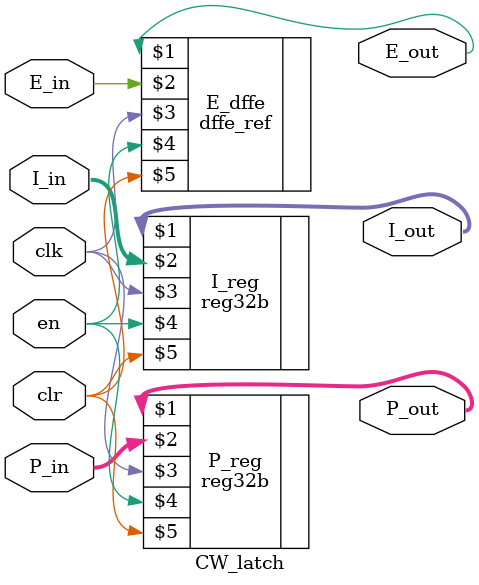
<source format=v>
module CW_latch(P_out, I_out, E_out,
                P_in,  I_in, E_in,
                clk, en, clr);
    input [31:0] P_in, I_in;
    input E_in, clk, en, clr;

    output [31:0] P_out, I_out;
    output E_out;

    // 32-bit register for P
    reg32b P_reg(P_out, P_in, clk, en, clr);

    // 32-bit register for current instruction
    reg32b I_reg(I_out, I_in, clk, en, clr);

    // dffe for exception info
    dffe_ref E_dffe(E_out, E_in, clk, en, clr);

endmodule
</source>
